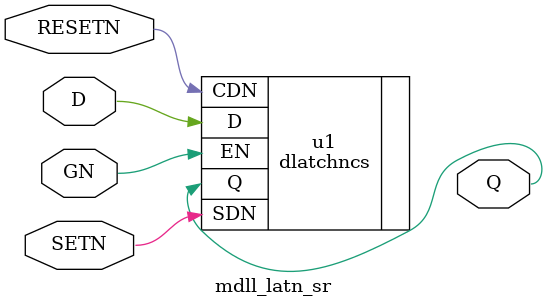
<source format=sv>
`include "mdll_param.vh"
/****************************************************************

Copyright (c) #YEAR# #LICENSOR#. All rights reserved.

The information and source code contained herein is the 
property of #LICENSOR#, and may not be disclosed or
reproduced in whole or in part without explicit written 
authorization from #LICENSOR#.

* Filename   : mdll_latn_sr.sv
* Author     : Byongchan Lim (bclim@alumni.stanford.edu)
* Description:
  - D latch with active low enable signal, async set, reset

* Note       :
  -

* Todo       :
  -

* Fixme      :
  -

* Revision   :
  - 00/00/00: Initial commit

****************************************************************/


module mdll_latn_sr #(
// parameters here

) (
// I/Os here
    input D,
    input GN,
    input SETN,
    input RESETN,
    output Q
);

//synopsys translate_off
timeunit 1fs;
timeprecision 1fs;
//synopsys translate_on

//---------------------
// VARIABLES, WIRES
//---------------------


//---------------------
// INSTANTIATION
//---------------------

`ifndef SIMULATION
	// synopsys dc_script_begin
	// set_dont_touch u1
	// synopsys dc_script_end
    dlatchncs u1 ( .D(D), .EN(GN), .SDN(SETN), .CDN(RESETN), .Q(Q) );
`endif

//---------------------
// COMBINATIONAL
//---------------------


//---------------------
// SEQ
//---------------------


//---------------------
// OTHERS
//---------------------

// synopsys translate_off

reg Q_reg;
assign Q = Q_reg;

always @* begin
    if (~SETN) Q_reg <= 1'b1;
    else if (~RESETN) Q_reg <= 1'b0;
    else if (~GN) Q_reg <= D;
end

// synopsys translate_on

endmodule


</source>
